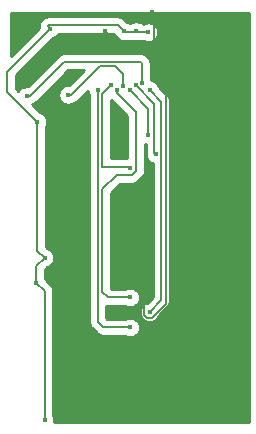
<source format=gbr>
G04 #@! TF.GenerationSoftware,KiCad,Pcbnew,(6.0.0-rc1-dev-1546-g786ee0e)*
G04 #@! TF.CreationDate,2021-05-18T14:48:32-07:00
G04 #@! TF.ProjectId,MuxBoard,4d757842-6f61-4726-942e-6b696361645f,rev?*
G04 #@! TF.SameCoordinates,Original*
G04 #@! TF.FileFunction,Copper,L2,Bot*
G04 #@! TF.FilePolarity,Positive*
%FSLAX46Y46*%
G04 Gerber Fmt 4.6, Leading zero omitted, Abs format (unit mm)*
G04 Created by KiCad (PCBNEW (6.0.0-rc1-dev-1546-g786ee0e)) date Tue 18 May 2021 02:48:32 PM PDT*
%MOMM*%
%LPD*%
G04 APERTURE LIST*
%ADD10C,0.400000*%
%ADD11C,0.200000*%
%ADD12C,0.254000*%
G04 APERTURE END LIST*
D10*
X141900000Y-56675000D03*
X141900000Y-75500000D03*
X141246884Y-56100000D03*
X131500000Y-57200000D03*
X140725000Y-56289314D03*
X142400000Y-62100000D03*
X140200000Y-56675000D03*
X141800000Y-60500000D03*
X139674999Y-56335082D03*
X135000000Y-57100000D03*
X139135403Y-56675000D03*
X140250000Y-74255000D03*
X138600000Y-56300000D03*
X140250000Y-63295000D03*
X137500000Y-56700000D03*
X140250000Y-76795000D03*
X141700000Y-72700000D03*
X138900000Y-59800000D03*
X138100000Y-51700000D03*
X142100000Y-50100000D03*
X132300000Y-73000000D03*
X132400000Y-59400000D03*
X141800000Y-51800000D03*
X140775000Y-51700000D03*
X139725000Y-51700000D03*
X133500000Y-51500000D03*
X133000000Y-84600000D03*
X133000000Y-70900000D03*
D11*
X142900001Y-74499999D02*
X141900000Y-75500000D01*
X142900001Y-57675001D02*
X142900001Y-74499999D01*
X141900000Y-56675000D02*
X142900001Y-57675001D01*
X134682852Y-54299990D02*
X141099990Y-54299990D01*
X131782842Y-57200000D02*
X134682852Y-54299990D01*
X131500000Y-57200000D02*
X131782842Y-57200000D01*
X141099990Y-54299990D02*
X141246884Y-54446884D01*
X141246884Y-54446884D02*
X141246884Y-56100000D01*
X142300001Y-62000001D02*
X142400000Y-62100000D01*
X142300001Y-57864315D02*
X142300001Y-62000001D01*
X140725000Y-56289314D02*
X142300001Y-57864315D01*
X141800000Y-58275000D02*
X141800000Y-60500000D01*
X140200000Y-56675000D02*
X141800000Y-58275000D01*
X135282842Y-57100000D02*
X137682842Y-54700000D01*
X135000000Y-57100000D02*
X135282842Y-57100000D01*
X137682842Y-54700000D02*
X139000000Y-54700000D01*
X139674999Y-55374999D02*
X139674999Y-56335082D01*
X139000000Y-54700000D02*
X139674999Y-55374999D01*
X140750001Y-63535001D02*
X140385002Y-63900000D01*
X139135403Y-56957842D02*
X140750001Y-58572440D01*
X140750001Y-58572440D02*
X140750001Y-63535001D01*
X139135403Y-56675000D02*
X139135403Y-56957842D01*
X139100000Y-63900000D02*
X137900010Y-65099990D01*
X140385002Y-63900000D02*
X139100000Y-63900000D01*
X137900010Y-65099990D02*
X137900010Y-73800010D01*
X138355000Y-74255000D02*
X140250000Y-74255000D01*
X137900010Y-73800010D02*
X138355000Y-74255000D01*
X138600000Y-56300000D02*
X137900010Y-56999990D01*
X137900010Y-56999990D02*
X137900010Y-63200000D01*
X140155000Y-63200000D02*
X140250000Y-63295000D01*
X137900010Y-63200000D02*
X140155000Y-63200000D01*
X137500000Y-56700000D02*
X137500000Y-76300000D01*
X137995000Y-76795000D02*
X140250000Y-76795000D01*
X137500000Y-76300000D02*
X137995000Y-76795000D01*
X139100000Y-52700000D02*
X142200000Y-52700000D01*
X138100000Y-51700000D02*
X139100000Y-52700000D01*
X142299999Y-50299999D02*
X142100000Y-50100000D01*
X142300001Y-50300001D02*
X142299999Y-50299999D01*
X142300001Y-52599999D02*
X142300001Y-50300001D01*
X142200000Y-52700000D02*
X142300001Y-52599999D01*
X141500001Y-72899999D02*
X141700000Y-72700000D01*
X141399999Y-73000001D02*
X141500001Y-72899999D01*
X141399999Y-75740001D02*
X141399999Y-73000001D01*
X141659999Y-76000001D02*
X141399999Y-75740001D01*
X142140001Y-76000001D02*
X141659999Y-76000001D01*
X143300011Y-74839991D02*
X142140001Y-76000001D01*
X143300011Y-51300011D02*
X143300011Y-74839991D01*
X142100000Y-50100000D02*
X143300011Y-51300011D01*
X139825000Y-51800000D02*
X139725000Y-51700000D01*
X141800000Y-51800000D02*
X139825000Y-51800000D01*
X133282843Y-51282843D02*
X133500000Y-51500000D01*
X133282843Y-51199999D02*
X133282843Y-51282843D01*
X139224999Y-51199999D02*
X133282843Y-51199999D01*
X139725000Y-51700000D02*
X139224999Y-51199999D01*
X132400000Y-70300000D02*
X132400000Y-59400000D01*
X133000000Y-70900000D02*
X132400000Y-70300000D01*
X133000000Y-73700000D02*
X132300000Y-73000000D01*
X133000000Y-84600000D02*
X133000000Y-73700000D01*
X132300000Y-71600000D02*
X133000000Y-70900000D01*
X132300000Y-73000000D02*
X132300000Y-71600000D01*
X133300001Y-51699999D02*
X133500000Y-51500000D01*
X129850010Y-55149990D02*
X133300001Y-51699999D01*
X129850010Y-56850010D02*
X129850010Y-55149990D01*
X132400000Y-59400000D02*
X129850010Y-56850010D01*
D12*
G36*
X150315000Y-84815000D02*
G01*
X133808592Y-84815000D01*
X133835000Y-84682240D01*
X133835000Y-84517760D01*
X133802911Y-84356440D01*
X133739967Y-84204479D01*
X133735000Y-84197045D01*
X133735000Y-73736094D01*
X133738555Y-73699999D01*
X133735000Y-73663904D01*
X133735000Y-73663895D01*
X133724365Y-73555915D01*
X133682337Y-73417367D01*
X133614087Y-73289680D01*
X133522238Y-73177762D01*
X133494193Y-73154746D01*
X133104655Y-72765209D01*
X133102911Y-72756440D01*
X133039967Y-72604479D01*
X133035000Y-72597045D01*
X133035000Y-71904446D01*
X133234791Y-71704655D01*
X133243560Y-71702911D01*
X133395521Y-71639967D01*
X133532281Y-71548587D01*
X133648587Y-71432281D01*
X133739967Y-71295521D01*
X133802911Y-71143560D01*
X133835000Y-70982240D01*
X133835000Y-70817760D01*
X133802911Y-70656440D01*
X133739967Y-70504479D01*
X133648587Y-70367719D01*
X133532281Y-70251413D01*
X133395521Y-70160033D01*
X133243560Y-70097089D01*
X133234791Y-70095345D01*
X133135000Y-69995554D01*
X133135000Y-59802955D01*
X133139967Y-59795521D01*
X133202911Y-59643560D01*
X133235000Y-59482240D01*
X133235000Y-59317760D01*
X133202911Y-59156440D01*
X133139967Y-59004479D01*
X133048587Y-58867719D01*
X132932281Y-58751413D01*
X132795521Y-58660033D01*
X132643560Y-58597089D01*
X132634792Y-58595345D01*
X131955227Y-57915780D01*
X132065475Y-57882337D01*
X132193162Y-57814087D01*
X132305080Y-57722238D01*
X132328101Y-57694187D01*
X134987299Y-55034990D01*
X136308405Y-55034990D01*
X135078396Y-56265000D01*
X134917760Y-56265000D01*
X134756440Y-56297089D01*
X134604479Y-56360033D01*
X134467719Y-56451413D01*
X134351413Y-56567719D01*
X134260033Y-56704479D01*
X134197089Y-56856440D01*
X134165000Y-57017760D01*
X134165000Y-57182240D01*
X134197089Y-57343560D01*
X134260033Y-57495521D01*
X134351413Y-57632281D01*
X134467719Y-57748587D01*
X134604479Y-57839967D01*
X134756440Y-57902911D01*
X134917760Y-57935000D01*
X135082240Y-57935000D01*
X135243560Y-57902911D01*
X135395521Y-57839967D01*
X135417478Y-57825296D01*
X135426927Y-57824365D01*
X135565475Y-57782337D01*
X135693162Y-57714087D01*
X135805080Y-57622238D01*
X135828101Y-57594188D01*
X136665000Y-56757288D01*
X136665000Y-56782240D01*
X136697089Y-56943560D01*
X136760033Y-57095521D01*
X136765000Y-57102955D01*
X136765001Y-76263885D01*
X136761444Y-76300000D01*
X136775635Y-76444085D01*
X136817664Y-76582633D01*
X136885914Y-76710320D01*
X136977763Y-76822238D01*
X137005808Y-76845254D01*
X137449746Y-77289192D01*
X137472762Y-77317238D01*
X137500806Y-77340253D01*
X137584680Y-77409087D01*
X137712366Y-77477337D01*
X137850915Y-77519365D01*
X137995000Y-77533556D01*
X138031105Y-77530000D01*
X139847045Y-77530000D01*
X139854479Y-77534967D01*
X140006440Y-77597911D01*
X140167760Y-77630000D01*
X140332240Y-77630000D01*
X140493560Y-77597911D01*
X140645521Y-77534967D01*
X140782281Y-77443587D01*
X140898587Y-77327281D01*
X140989967Y-77190521D01*
X141052911Y-77038560D01*
X141085000Y-76877240D01*
X141085000Y-76712760D01*
X141052911Y-76551440D01*
X140989967Y-76399479D01*
X140898587Y-76262719D01*
X140782281Y-76146413D01*
X140645521Y-76055033D01*
X140493560Y-75992089D01*
X140332240Y-75960000D01*
X140167760Y-75960000D01*
X140006440Y-75992089D01*
X139854479Y-76055033D01*
X139847045Y-76060000D01*
X138299447Y-76060000D01*
X138235000Y-75995554D01*
X138235000Y-74981737D01*
X138354999Y-74993556D01*
X138391104Y-74990000D01*
X139847045Y-74990000D01*
X139854479Y-74994967D01*
X140006440Y-75057911D01*
X140167760Y-75090000D01*
X140332240Y-75090000D01*
X140493560Y-75057911D01*
X140645521Y-74994967D01*
X140782281Y-74903587D01*
X140898587Y-74787281D01*
X140989967Y-74650521D01*
X141052911Y-74498560D01*
X141085000Y-74337240D01*
X141085000Y-74172760D01*
X141052911Y-74011440D01*
X140989967Y-73859479D01*
X140898587Y-73722719D01*
X140782281Y-73606413D01*
X140645521Y-73515033D01*
X140493560Y-73452089D01*
X140332240Y-73420000D01*
X140167760Y-73420000D01*
X140006440Y-73452089D01*
X139854479Y-73515033D01*
X139847045Y-73520000D01*
X138659446Y-73520000D01*
X138635010Y-73495564D01*
X138635010Y-65404436D01*
X139404447Y-64635000D01*
X140348897Y-64635000D01*
X140385002Y-64638556D01*
X140421107Y-64635000D01*
X140529087Y-64624365D01*
X140667635Y-64582337D01*
X140795322Y-64514087D01*
X140907240Y-64422238D01*
X140930261Y-64394187D01*
X141244188Y-64080260D01*
X141272239Y-64057239D01*
X141364088Y-63945321D01*
X141427182Y-63827281D01*
X141432338Y-63817635D01*
X141474366Y-63679086D01*
X141488557Y-63535001D01*
X141485001Y-63498896D01*
X141485001Y-61273320D01*
X141556440Y-61302911D01*
X141565002Y-61304614D01*
X141565002Y-61963886D01*
X141561445Y-62000001D01*
X141565000Y-62036096D01*
X141565000Y-62182240D01*
X141597089Y-62343560D01*
X141660033Y-62495521D01*
X141751413Y-62632281D01*
X141867719Y-62748587D01*
X142004479Y-62839967D01*
X142156440Y-62902911D01*
X142165001Y-62904614D01*
X142165002Y-74195551D01*
X141665209Y-74695345D01*
X141656440Y-74697089D01*
X141504479Y-74760033D01*
X141367719Y-74851413D01*
X141251413Y-74967719D01*
X141160033Y-75104479D01*
X141097089Y-75256440D01*
X141065000Y-75417760D01*
X141065000Y-75582240D01*
X141097089Y-75743560D01*
X141160033Y-75895521D01*
X141251413Y-76032281D01*
X141367719Y-76148587D01*
X141504479Y-76239967D01*
X141656440Y-76302911D01*
X141817760Y-76335000D01*
X141982240Y-76335000D01*
X142143560Y-76302911D01*
X142295521Y-76239967D01*
X142432281Y-76148587D01*
X142548587Y-76032281D01*
X142639967Y-75895521D01*
X142702911Y-75743560D01*
X142704655Y-75734791D01*
X143394194Y-75045253D01*
X143422239Y-75022237D01*
X143514088Y-74910319D01*
X143582338Y-74782632D01*
X143617924Y-74665320D01*
X143624366Y-74644085D01*
X143638557Y-74499999D01*
X143635001Y-74463894D01*
X143635001Y-57711106D01*
X143638557Y-57675001D01*
X143624366Y-57530915D01*
X143611617Y-57488887D01*
X143582338Y-57392368D01*
X143514088Y-57264681D01*
X143461005Y-57200000D01*
X143445254Y-57180807D01*
X143445251Y-57180804D01*
X143422238Y-57152763D01*
X143394198Y-57129751D01*
X142704655Y-56440209D01*
X142702911Y-56431440D01*
X142639967Y-56279479D01*
X142548587Y-56142719D01*
X142432281Y-56026413D01*
X142295521Y-55935033D01*
X142143560Y-55872089D01*
X142048440Y-55853168D01*
X141986851Y-55704479D01*
X141981884Y-55697045D01*
X141981884Y-54482978D01*
X141985439Y-54446883D01*
X141981884Y-54410788D01*
X141981884Y-54410779D01*
X141971249Y-54302799D01*
X141929221Y-54164251D01*
X141860971Y-54036564D01*
X141769121Y-53924646D01*
X141741076Y-53901630D01*
X141645249Y-53805803D01*
X141622228Y-53777752D01*
X141510310Y-53685903D01*
X141382623Y-53617653D01*
X141244075Y-53575625D01*
X141136095Y-53564990D01*
X141099990Y-53561434D01*
X141063885Y-53564990D01*
X134718946Y-53564990D01*
X134682851Y-53561435D01*
X134646756Y-53564990D01*
X134646747Y-53564990D01*
X134538767Y-53575625D01*
X134400219Y-53617653D01*
X134272532Y-53685903D01*
X134160614Y-53777752D01*
X134137598Y-53805797D01*
X131578396Y-56365000D01*
X131417760Y-56365000D01*
X131256440Y-56397089D01*
X131104479Y-56460033D01*
X130967719Y-56551413D01*
X130851413Y-56667719D01*
X130793635Y-56754189D01*
X130585010Y-56545564D01*
X130585010Y-55454436D01*
X133734792Y-52304655D01*
X133743560Y-52302911D01*
X133895521Y-52239967D01*
X134032281Y-52148587D01*
X134148587Y-52032281D01*
X134213589Y-51934999D01*
X138920386Y-51934999D01*
X138922089Y-51943560D01*
X138985033Y-52095521D01*
X139076413Y-52232281D01*
X139192719Y-52348587D01*
X139329479Y-52439967D01*
X139481440Y-52502911D01*
X139642760Y-52535000D01*
X139788904Y-52535000D01*
X139824999Y-52538555D01*
X139861094Y-52535000D01*
X141397045Y-52535000D01*
X141404479Y-52539967D01*
X141556440Y-52602911D01*
X141717760Y-52635000D01*
X141882240Y-52635000D01*
X142043560Y-52602911D01*
X142195521Y-52539967D01*
X142332281Y-52448587D01*
X142448587Y-52332281D01*
X142539967Y-52195521D01*
X142602911Y-52043560D01*
X142635000Y-51882240D01*
X142635000Y-51717760D01*
X142602911Y-51556440D01*
X142539967Y-51404479D01*
X142448587Y-51267719D01*
X142332281Y-51151413D01*
X142195521Y-51060033D01*
X142043560Y-50997089D01*
X141882240Y-50965000D01*
X141717760Y-50965000D01*
X141556440Y-50997089D01*
X141404479Y-51060033D01*
X141397045Y-51065000D01*
X141320868Y-51065000D01*
X141307281Y-51051413D01*
X141170521Y-50960033D01*
X141018560Y-50897089D01*
X140857240Y-50865000D01*
X140692760Y-50865000D01*
X140531440Y-50897089D01*
X140379479Y-50960033D01*
X140250000Y-51046548D01*
X140120521Y-50960033D01*
X139968560Y-50897089D01*
X139959791Y-50895345D01*
X139770257Y-50705811D01*
X139747237Y-50677761D01*
X139635319Y-50585912D01*
X139507632Y-50517662D01*
X139369084Y-50475634D01*
X139261104Y-50464999D01*
X139224999Y-50461443D01*
X139188894Y-50464999D01*
X133318948Y-50464999D01*
X133282843Y-50461443D01*
X133246738Y-50464999D01*
X133138758Y-50475634D01*
X133000210Y-50517662D01*
X132872523Y-50585912D01*
X132760605Y-50677761D01*
X132668756Y-50789679D01*
X132600506Y-50917366D01*
X132558478Y-51055914D01*
X132544287Y-51199999D01*
X132547843Y-51236104D01*
X132547843Y-51246738D01*
X132544287Y-51282843D01*
X132547843Y-51318947D01*
X132547843Y-51318948D01*
X132556250Y-51404303D01*
X130185000Y-53775554D01*
X130185000Y-50185000D01*
X150315001Y-50185000D01*
X150315000Y-84815000D01*
X150315000Y-84815000D01*
G37*
X150315000Y-84815000D02*
X133808592Y-84815000D01*
X133835000Y-84682240D01*
X133835000Y-84517760D01*
X133802911Y-84356440D01*
X133739967Y-84204479D01*
X133735000Y-84197045D01*
X133735000Y-73736094D01*
X133738555Y-73699999D01*
X133735000Y-73663904D01*
X133735000Y-73663895D01*
X133724365Y-73555915D01*
X133682337Y-73417367D01*
X133614087Y-73289680D01*
X133522238Y-73177762D01*
X133494193Y-73154746D01*
X133104655Y-72765209D01*
X133102911Y-72756440D01*
X133039967Y-72604479D01*
X133035000Y-72597045D01*
X133035000Y-71904446D01*
X133234791Y-71704655D01*
X133243560Y-71702911D01*
X133395521Y-71639967D01*
X133532281Y-71548587D01*
X133648587Y-71432281D01*
X133739967Y-71295521D01*
X133802911Y-71143560D01*
X133835000Y-70982240D01*
X133835000Y-70817760D01*
X133802911Y-70656440D01*
X133739967Y-70504479D01*
X133648587Y-70367719D01*
X133532281Y-70251413D01*
X133395521Y-70160033D01*
X133243560Y-70097089D01*
X133234791Y-70095345D01*
X133135000Y-69995554D01*
X133135000Y-59802955D01*
X133139967Y-59795521D01*
X133202911Y-59643560D01*
X133235000Y-59482240D01*
X133235000Y-59317760D01*
X133202911Y-59156440D01*
X133139967Y-59004479D01*
X133048587Y-58867719D01*
X132932281Y-58751413D01*
X132795521Y-58660033D01*
X132643560Y-58597089D01*
X132634792Y-58595345D01*
X131955227Y-57915780D01*
X132065475Y-57882337D01*
X132193162Y-57814087D01*
X132305080Y-57722238D01*
X132328101Y-57694187D01*
X134987299Y-55034990D01*
X136308405Y-55034990D01*
X135078396Y-56265000D01*
X134917760Y-56265000D01*
X134756440Y-56297089D01*
X134604479Y-56360033D01*
X134467719Y-56451413D01*
X134351413Y-56567719D01*
X134260033Y-56704479D01*
X134197089Y-56856440D01*
X134165000Y-57017760D01*
X134165000Y-57182240D01*
X134197089Y-57343560D01*
X134260033Y-57495521D01*
X134351413Y-57632281D01*
X134467719Y-57748587D01*
X134604479Y-57839967D01*
X134756440Y-57902911D01*
X134917760Y-57935000D01*
X135082240Y-57935000D01*
X135243560Y-57902911D01*
X135395521Y-57839967D01*
X135417478Y-57825296D01*
X135426927Y-57824365D01*
X135565475Y-57782337D01*
X135693162Y-57714087D01*
X135805080Y-57622238D01*
X135828101Y-57594188D01*
X136665000Y-56757288D01*
X136665000Y-56782240D01*
X136697089Y-56943560D01*
X136760033Y-57095521D01*
X136765000Y-57102955D01*
X136765001Y-76263885D01*
X136761444Y-76300000D01*
X136775635Y-76444085D01*
X136817664Y-76582633D01*
X136885914Y-76710320D01*
X136977763Y-76822238D01*
X137005808Y-76845254D01*
X137449746Y-77289192D01*
X137472762Y-77317238D01*
X137500806Y-77340253D01*
X137584680Y-77409087D01*
X137712366Y-77477337D01*
X137850915Y-77519365D01*
X137995000Y-77533556D01*
X138031105Y-77530000D01*
X139847045Y-77530000D01*
X139854479Y-77534967D01*
X140006440Y-77597911D01*
X140167760Y-77630000D01*
X140332240Y-77630000D01*
X140493560Y-77597911D01*
X140645521Y-77534967D01*
X140782281Y-77443587D01*
X140898587Y-77327281D01*
X140989967Y-77190521D01*
X141052911Y-77038560D01*
X141085000Y-76877240D01*
X141085000Y-76712760D01*
X141052911Y-76551440D01*
X140989967Y-76399479D01*
X140898587Y-76262719D01*
X140782281Y-76146413D01*
X140645521Y-76055033D01*
X140493560Y-75992089D01*
X140332240Y-75960000D01*
X140167760Y-75960000D01*
X140006440Y-75992089D01*
X139854479Y-76055033D01*
X139847045Y-76060000D01*
X138299447Y-76060000D01*
X138235000Y-75995554D01*
X138235000Y-74981737D01*
X138354999Y-74993556D01*
X138391104Y-74990000D01*
X139847045Y-74990000D01*
X139854479Y-74994967D01*
X140006440Y-75057911D01*
X140167760Y-75090000D01*
X140332240Y-75090000D01*
X140493560Y-75057911D01*
X140645521Y-74994967D01*
X140782281Y-74903587D01*
X140898587Y-74787281D01*
X140989967Y-74650521D01*
X141052911Y-74498560D01*
X141085000Y-74337240D01*
X141085000Y-74172760D01*
X141052911Y-74011440D01*
X140989967Y-73859479D01*
X140898587Y-73722719D01*
X140782281Y-73606413D01*
X140645521Y-73515033D01*
X140493560Y-73452089D01*
X140332240Y-73420000D01*
X140167760Y-73420000D01*
X140006440Y-73452089D01*
X139854479Y-73515033D01*
X139847045Y-73520000D01*
X138659446Y-73520000D01*
X138635010Y-73495564D01*
X138635010Y-65404436D01*
X139404447Y-64635000D01*
X140348897Y-64635000D01*
X140385002Y-64638556D01*
X140421107Y-64635000D01*
X140529087Y-64624365D01*
X140667635Y-64582337D01*
X140795322Y-64514087D01*
X140907240Y-64422238D01*
X140930261Y-64394187D01*
X141244188Y-64080260D01*
X141272239Y-64057239D01*
X141364088Y-63945321D01*
X141427182Y-63827281D01*
X141432338Y-63817635D01*
X141474366Y-63679086D01*
X141488557Y-63535001D01*
X141485001Y-63498896D01*
X141485001Y-61273320D01*
X141556440Y-61302911D01*
X141565002Y-61304614D01*
X141565002Y-61963886D01*
X141561445Y-62000001D01*
X141565000Y-62036096D01*
X141565000Y-62182240D01*
X141597089Y-62343560D01*
X141660033Y-62495521D01*
X141751413Y-62632281D01*
X141867719Y-62748587D01*
X142004479Y-62839967D01*
X142156440Y-62902911D01*
X142165001Y-62904614D01*
X142165002Y-74195551D01*
X141665209Y-74695345D01*
X141656440Y-74697089D01*
X141504479Y-74760033D01*
X141367719Y-74851413D01*
X141251413Y-74967719D01*
X141160033Y-75104479D01*
X141097089Y-75256440D01*
X141065000Y-75417760D01*
X141065000Y-75582240D01*
X141097089Y-75743560D01*
X141160033Y-75895521D01*
X141251413Y-76032281D01*
X141367719Y-76148587D01*
X141504479Y-76239967D01*
X141656440Y-76302911D01*
X141817760Y-76335000D01*
X141982240Y-76335000D01*
X142143560Y-76302911D01*
X142295521Y-76239967D01*
X142432281Y-76148587D01*
X142548587Y-76032281D01*
X142639967Y-75895521D01*
X142702911Y-75743560D01*
X142704655Y-75734791D01*
X143394194Y-75045253D01*
X143422239Y-75022237D01*
X143514088Y-74910319D01*
X143582338Y-74782632D01*
X143617924Y-74665320D01*
X143624366Y-74644085D01*
X143638557Y-74499999D01*
X143635001Y-74463894D01*
X143635001Y-57711106D01*
X143638557Y-57675001D01*
X143624366Y-57530915D01*
X143611617Y-57488887D01*
X143582338Y-57392368D01*
X143514088Y-57264681D01*
X143461005Y-57200000D01*
X143445254Y-57180807D01*
X143445251Y-57180804D01*
X143422238Y-57152763D01*
X143394198Y-57129751D01*
X142704655Y-56440209D01*
X142702911Y-56431440D01*
X142639967Y-56279479D01*
X142548587Y-56142719D01*
X142432281Y-56026413D01*
X142295521Y-55935033D01*
X142143560Y-55872089D01*
X142048440Y-55853168D01*
X141986851Y-55704479D01*
X141981884Y-55697045D01*
X141981884Y-54482978D01*
X141985439Y-54446883D01*
X141981884Y-54410788D01*
X141981884Y-54410779D01*
X141971249Y-54302799D01*
X141929221Y-54164251D01*
X141860971Y-54036564D01*
X141769121Y-53924646D01*
X141741076Y-53901630D01*
X141645249Y-53805803D01*
X141622228Y-53777752D01*
X141510310Y-53685903D01*
X141382623Y-53617653D01*
X141244075Y-53575625D01*
X141136095Y-53564990D01*
X141099990Y-53561434D01*
X141063885Y-53564990D01*
X134718946Y-53564990D01*
X134682851Y-53561435D01*
X134646756Y-53564990D01*
X134646747Y-53564990D01*
X134538767Y-53575625D01*
X134400219Y-53617653D01*
X134272532Y-53685903D01*
X134160614Y-53777752D01*
X134137598Y-53805797D01*
X131578396Y-56365000D01*
X131417760Y-56365000D01*
X131256440Y-56397089D01*
X131104479Y-56460033D01*
X130967719Y-56551413D01*
X130851413Y-56667719D01*
X130793635Y-56754189D01*
X130585010Y-56545564D01*
X130585010Y-55454436D01*
X133734792Y-52304655D01*
X133743560Y-52302911D01*
X133895521Y-52239967D01*
X134032281Y-52148587D01*
X134148587Y-52032281D01*
X134213589Y-51934999D01*
X138920386Y-51934999D01*
X138922089Y-51943560D01*
X138985033Y-52095521D01*
X139076413Y-52232281D01*
X139192719Y-52348587D01*
X139329479Y-52439967D01*
X139481440Y-52502911D01*
X139642760Y-52535000D01*
X139788904Y-52535000D01*
X139824999Y-52538555D01*
X139861094Y-52535000D01*
X141397045Y-52535000D01*
X141404479Y-52539967D01*
X141556440Y-52602911D01*
X141717760Y-52635000D01*
X141882240Y-52635000D01*
X142043560Y-52602911D01*
X142195521Y-52539967D01*
X142332281Y-52448587D01*
X142448587Y-52332281D01*
X142539967Y-52195521D01*
X142602911Y-52043560D01*
X142635000Y-51882240D01*
X142635000Y-51717760D01*
X142602911Y-51556440D01*
X142539967Y-51404479D01*
X142448587Y-51267719D01*
X142332281Y-51151413D01*
X142195521Y-51060033D01*
X142043560Y-50997089D01*
X141882240Y-50965000D01*
X141717760Y-50965000D01*
X141556440Y-50997089D01*
X141404479Y-51060033D01*
X141397045Y-51065000D01*
X141320868Y-51065000D01*
X141307281Y-51051413D01*
X141170521Y-50960033D01*
X141018560Y-50897089D01*
X140857240Y-50865000D01*
X140692760Y-50865000D01*
X140531440Y-50897089D01*
X140379479Y-50960033D01*
X140250000Y-51046548D01*
X140120521Y-50960033D01*
X139968560Y-50897089D01*
X139959791Y-50895345D01*
X139770257Y-50705811D01*
X139747237Y-50677761D01*
X139635319Y-50585912D01*
X139507632Y-50517662D01*
X139369084Y-50475634D01*
X139261104Y-50464999D01*
X139224999Y-50461443D01*
X139188894Y-50464999D01*
X133318948Y-50464999D01*
X133282843Y-50461443D01*
X133246738Y-50464999D01*
X133138758Y-50475634D01*
X133000210Y-50517662D01*
X132872523Y-50585912D01*
X132760605Y-50677761D01*
X132668756Y-50789679D01*
X132600506Y-50917366D01*
X132558478Y-51055914D01*
X132544287Y-51199999D01*
X132547843Y-51236104D01*
X132547843Y-51246738D01*
X132544287Y-51282843D01*
X132547843Y-51318947D01*
X132547843Y-51318948D01*
X132556250Y-51404303D01*
X130185000Y-53775554D01*
X130185000Y-50185000D01*
X150315001Y-50185000D01*
X150315000Y-84815000D01*
G36*
X138641211Y-57503096D02*
G01*
X140015001Y-58876887D01*
X140015002Y-62465000D01*
X138635010Y-62465000D01*
X138635010Y-57498007D01*
X138641211Y-57503096D01*
X138641211Y-57503096D01*
G37*
X138641211Y-57503096D02*
X140015001Y-58876887D01*
X140015002Y-62465000D01*
X138635010Y-62465000D01*
X138635010Y-57498007D01*
X138641211Y-57503096D01*
M02*

</source>
